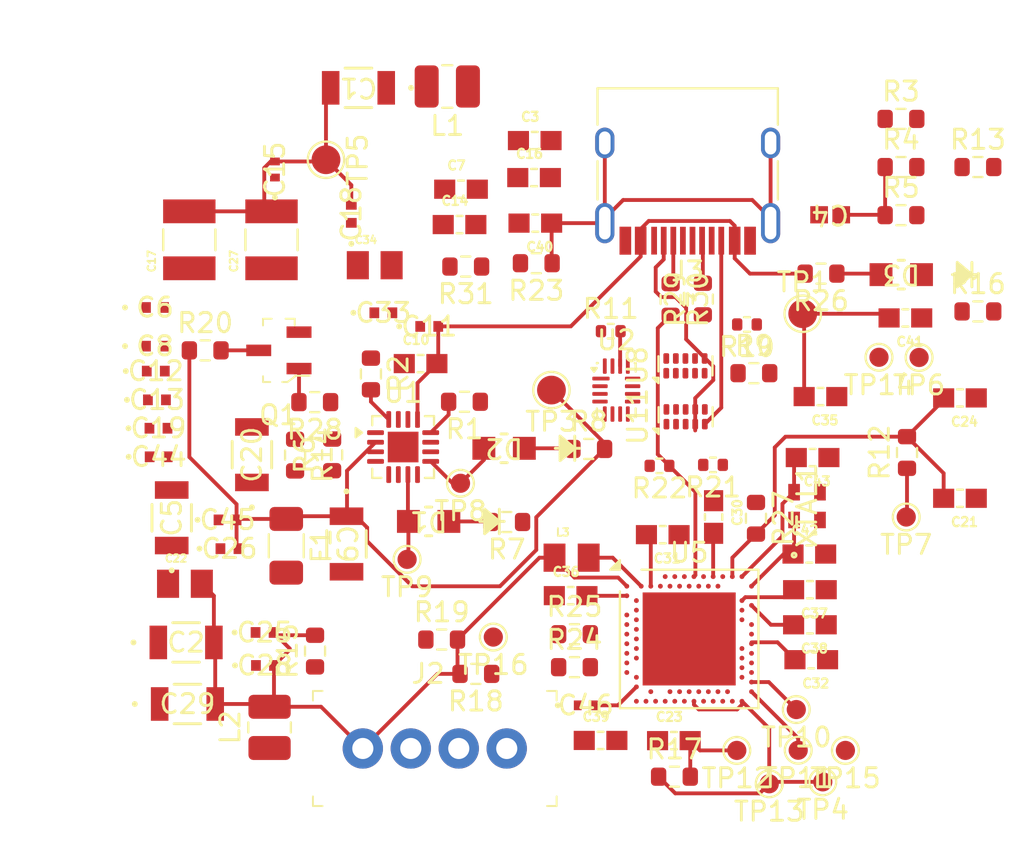
<source format=kicad_pcb>
(kicad_pcb (version 20241229) (generator "pcbnew") (generator_version "9.0")
  (layers (0 "F.Cu" signal) (2 "B.Cu" signal) (13 "F.Paste" user) (15 "B.Paste" user) (5 "F.SilkS" user "F.Silkscreen") (7 "B.SilkS" user "B.Silkscreen") (1 "F.Mask" user) (3 "B.Mask" user) (25 "Edge.Cuts" user))
  (net 0 "")
  (net 1 "Net-(PS1-VOUT)")
  (net 2 "/VMOTOR")
  (net 3 "Net-(U3-VOS)")
  (net 4 "/V3V3")
  (net 5 "Net-(PS1-SW__1)")
  (net 6 "Net-(PS1-BST)")
  (net 7 "Net-(PS1-FB)")
  (net 8 "GND")
  (net 9 "Net-(PS1-COMP)")
  (net 10 "+BATT")
  (net 11 "/VBUS5V")
  (net 12 "Net-(U4-VCP)")
  (net 13 "Net-(U4-CPH)")
  (net 14 "Net-(U4-CPL)")
  (net 15 "Net-(U5-P0.18{slash}~{RESET})")
  (net 16 "Net-(U5-DEC2)")
  (net 17 "Net-(U5-DEC4)")
  (net 18 "Net-(U5-DEC5)")
  (net 19 "/U10_VDD")
  (net 20 "Net-(U5-DEC1)")
  (net 21 "Net-(U5-DEC3)")
  (net 22 "Net-(U5-DEC6)")
  (net 23 "Net-(U5-DECUSB)")
  (net 24 "Net-(J3-SHIELD)")
  (net 25 "Net-(U5-XC1)")
  (net 26 "Net-(U5-XC2)")
  (net 27 "Net-(U5-DCCH)")
  (net 28 "Net-(D1-A)")
  (net 29 "Net-(D1-K)")
  (net 30 "Net-(D2-K)")
  (net 31 "Net-(D2-A)")
  (net 32 "Net-(D3-A)")
  (net 33 "/SCL2_P011")
  (net 34 "/SDA2_P012")
  (net 35 "/USB_CC1")
  (net 36 "Net-(J3-D+-PadA6)")
  (net 37 "/USB_SBU1")
  (net 38 "Net-(J3-D--PadA7)")
  (net 39 "/USB_CC2")
  (net 40 "/USB_SBU2")
  (net 41 "Net-(PS1-SW)")
  (net 42 "Net-(U3-SW)")
  (net 43 "Net-(U5-DCC)")
  (net 44 "Net-(Q1-D)")
  (net 45 "Net-(Q1-G)")
  (net 46 "Net-(U1-ILIM)")
  (net 47 "Net-(U1-ISET)")
  (net 48 "Net-(PS1-EN)")
  (net 49 "/MCU_GPIO")
  (net 50 "Net-(U2-FLIP)")
  (net 51 "Net-(U4-~{NFAULT})")
  (net 52 "Net-(U3-VSET)")
  (net 53 "Net-(U3-EN)")
  (net 54 "Net-(U4-NSLEEP)")
  (net 55 "Net-(U4-IPROPI)")
  (net 56 "/USB_DM")
  (net 57 "Net-(U10-D-)")
  (net 58 "Net-(U10-D+)")
  (net 59 "/USB_DP")
  (net 60 "Net-(U10-TXD)")
  (net 61 "/UART_RX_P008")
  (net 62 "/UART_TX_P006")
  (net 63 "Net-(U10-RXD)")
  (net 64 "/U5_P031")
  (net 65 "Net-(U10-~{RTS})")
  (net 66 "Net-(U5-SWDCLK)")
  (net 67 "Net-(U5-SWDIO)")
  (net 68 "Net-(U1-TS)")
  (net 70 "/TP6_SBU2")
  (net 72 "/TP6_SBU1")
  (net 106 "/SDA1_P026")
  (net 112 "/SCL1_P027")
  (net 121 "/VBUS_SENSE")
  (footprint "digikey-footprints:SOT-23-3" (layer "F.Cu") (at 81.585 81.42 180)
    (property "Reference" "Q1")
    (property "Value" "2N7002")
  )
  (footprint "custom:CAPC1608X90" (layer "F.Cu") (at 94.92 70.48)
    (property "Reference" "C3")
    (property "Value" "1uF 10V X7R 0603")
  )
  (footprint "Resistor_SMD:R_0603_1608Metric" (layer "F.Cu") (at 114.005 69.35)
    (property "Reference" "R3")
    (property "Value" "100k")
  )
  (footprint "custom:NX2016SA_NDK" (layer "F.Cu") (at 109.11 89.54 90)
    (property "Reference" "XTAL1")
    (property "Value" "NX2016SA-32M-EXS00A-CS06465")
  )
  (footprint "TestPoint:TestPoint_Pad_D1.5mm" (layer "F.Cu") (at 95.79 83.49 180)
    (property "Reference" "TP3")
    (property "Value" "TP_BATT")
  )
  (footprint "custom:CAP_CC1206_YAG-L" (layer "F.Cu") (at 76.75 96.65)
    (property "Reference" "C2")
    (property "Value" "22uF 10V X7R 1206")
  )
  (footprint "TestPoint:TestPoint_Pad_D1.0mm" (layer "F.Cu") (at 108.65 102.27 180)
    (property "Reference" "TP11")
    (property "Value" "TP_SWDIO")
  )
  (footprint "custom:CAP_0402_N_WAL" (layer "F.Cu") (at 80.86 97.85)
    (property "Reference" "C28")
    (property "Value" "0.1uF 25V X7R 0402")
  )
  (footprint "Resistor_SMD:R_0603_1608Metric" (layer "F.Cu") (at 91.85 98.29 180)
    (property "Reference" "R18")
    (property "Value" "4.7k")
  )
  (footprint "Resistor_SMD:R_0402_1005Metric" (layer "F.Cu") (at 98.8806 80.4195)
    (property "Reference" "R11")
    (property "Value" "100k")
  )
  (footprint "custom:INDC2012X145N" (layer "F.Cu") (at 96.84 92.23)
    (property "Reference" "L3")
    (property "Value" "10µH Isat ≥ 150 mA 0805")
  )
  (footprint "custom:CAP_CC1206_YAG-L" (layer "F.Cu") (at 85.7322 67.73 180)
    (property "Reference" "C1")
    (property "Value" "22uF 10V X7R 1206")
  )
  (footprint "custom:LED_LTST-C170GKT_LTO" (layer "F.Cu") (at 93.3224 86.527 180)
    (property "Reference" "D2")
    (property "Value" "LED_YELLOW")
  )
  (footprint "custom:LED_LTST-C170GKT_LTO" (layer "F.Cu") (at 89.39 90.34 180)
    (property "Reference" "D1")
    (property "Value" "LED_BLUE")
  )
  (footprint "Package_SON:USON-10_2.5x1.0mm_P0.5mm" (layer "F.Cu") (at 102.7725 82.2275 90)
    (property "Reference" "U8")
    (property "Value" "TPD4E05U06DQA")
  )
  (footprint "Resistor_SMD:R_0603_1608Metric" (layer "F.Cu") (at 91.325 77.05 180)
    (property "Reference" "R31")
    (property "Value" "4.7k")
  )
  (footprint "TestPoint:TestPoint_Pad_D1.5mm" (layer "F.Cu") (at 84.04 71.48 -90)
    (property "Reference" "TP5")
    (property "Value" "TP_VMOTOR")
  )
  (footprint "custom:CAP_0402_N_WAL" (layer "F.Cu") (at 89.4201 80.17)
    (property "Reference" "C11")
    (property "Value" "0.1 uF 10 V X7R 0402")
  )
  (footprint "custom:CAPC1608X90" (layer "F.Cu") (at 109.26 93.9 180)
    (property "Reference" "C37")
    (property "Value" "1uF 10V X7R 0603")
  )
  (footprint "custom:CAPC1608X90" (layer "F.Cu") (at 101.59 91.03 180)
    (property "Reference" "C31")
    (property "Value" "1uF 10V X7R 0603")
  )
  (footprint "Resistor_SMD:R_0603_1608Metric" (layer "F.Cu") (at 83.47 97.1 90)
    (property "Reference" "R15")
    (property "Value" "100k")
  )
  (footprint "custom:CAPC1608X90" (layer "F.Cu") (at 98.35 101.76)
    (property "Reference" "C39")
    (property "Value" "1uF 10V X7R 0603")
  )
  (footprint "Fuse:Fuse_1206_3216Metric" (layer "F.Cu") (at 81.97 91.61 -90)
    (property "Reference" "F1")
    (property "Value" "1.5")
  )
  (footprint "custom:CAP_0402_N_WAL-L" (layer "F.Cu") (at 81.38 71.9891 90)
    (property "Reference" "C15")
    (property "Value" "0.1 uF 25 V X7R 0402")
  )
  (footprint "Resistor_SMD:R_0603_1608Metric" (layer "F.Cu") (at 118.015 71.86)
    (property "Reference" "R13")
    (property "Value" "732k")
  )
  (footprint "Resistor_SMD:R_0603_1608Metric" (layer "F.Cu") (at 84.36 86.87 90)
    (property "Reference" "R6")
    (property "Value" "100k")
  )
  (footprint "TestPoint:TestPoint_Pad_D1.0mm" (layer "F.Cu") (at 114.28 90.11 180)
    (property "Reference" "TP7")
    (property "Value" "TP_NFAULT")
  )
  (footprint "Resistor_SMD:R_0603_1608Metric" (layer "F.Cu") (at 114.005 74.37)
    (property "Reference" "R5")
    (property "Value" "27k")
  )
  (footprint "custom:CAP_0402_N_WAL" (layer "F.Cu") (at 75.129 79.1835)
    (property "Reference" "C6")
    (property "Value" "0.1uF 25V X7R 0402")
  )
  (footprint "Resistor_SMD:R_0603_1608Metric" (layer "F.Cu") (at 93.46 90.37 180)
    (property "Reference" "R7")
    (property "Value" "1k")
  )
  (footprint "custom:CAPC1608X90" (layer "F.Cu") (at 109.26 95.73 180)
    (property "Reference" "C38")
    (property "Value" "1uF 10V X7R 0603")
  )
  (footprint "Package_DFN_QFN:UQFN-16_1.8x2.6mm_P0.4mm" (layer "F.Cu") (at 99.17 83.49)
    (property "Reference" "U2")
    (property "Value" "TS3USBCA410")
  )
  (footprint "custom:CAPC1608X90" (layer "F.Cu") (at 94.95 74.785 180)
    (property "Reference" "C40")
    (property "Value" "1nF 10V X7R 0603")
  )
  (footprint "custom:CAP_0402_N_WAL" (layer "F.Cu") (at 75.3211 86.97)
    (property "Reference" "C44")
    (property "Value" "0.1uF 25V X7R 0402")
  )
  (footprint "custom:CAPC17795_95N_KEM-L" (layer "F.Cu") (at 110.3156 74.3495 180)
    (property "Reference" "C4")
    (property "Value" "6.8nF 50V C0G/NP0 0603")
  )
  (footprint "Package_DFN_QFN:VQFN-16-1EP_3x3mm_P0.5mm_EP1.6x1.6mm" (layer "F.Cu") (at 88.06 86.46)
    (property "Reference" "U1")
    (property "Value" "BQ24075RGT")
  )
  (footprint "Resistor_SMD:R_0603_1608Metric" (layer "F.Cu") (at 95 76.875 180)
    (property "Reference" "R23")
    (property "Value" "1M")
  )
  (footprint "TestPoint:TestPoint_Pad_D1.0mm" (layer "F.Cu") (at 111.11 102.28 180)
    (property "Reference" "TP15")
    (property "Value" "TP_U6_SCL")
  )
  (footprint "Resistor_SMD:R_0603_1608Metric" (layer "F.Cu") (at 90.07 96.5)
    (property "Reference" "R19")
    (property "Value" "4.7k")
  )
  (footprint "Resistor_SMD:R_0603_1608Metric" (layer "F.Cu") (at 103.68 78.745 90)
    (property "Reference" "R29")
    (property "Value" "27")
  )
  (footprint "Resistor_SMD:R_0603_1608Metric" (layer "F.Cu") (at 114.32 86.745 90)
    (property "Reference" "R12")
    (property "Value" "10k")
  )
  (footprint "custom:CAPC1608X90" (layer "F.Cu") (at 117.08 89.1336 180)
    (property "Reference" "C21")
    (property "Value" "1uF 10V X7R 0603")
  )
  (footprint "custom:CAPC1608X90" (layer "F.Cu") (at 109.4 87.01 180)
    (property "Reference" "C43")
    (property "Value" "12pF 50V C0G/NPO 0603")
  )
  (footprint "TestPoint:TestPoint_Pad_D1.0mm" (layer "F.Cu") (at 109.93 103.92 180)
    (property "Reference" "TP4")
    (property "Value" "TP_V3V3")
  )
  (footprint "custom:CAP_0402_N_WAL" (layer "F.Cu") (at 87.03 79.46)
    (property "Reference" "C33")
    (property "Value" "0.1uF 25V X7R 0402")
  )
  (footprint "TestPoint:TestPoint_Pad_D1.0mm" (layer "F.Cu") (at 108.55 100.15 180)
    (property "Reference" "TP10")
    (property "Value" "TP_SWCLK")
  )
  (footprint "custom:CAP_CC1206_YAG-L" (layer "F.Cu") (at 85.11 91.5164 -90)
    (property "Reference" "C9")
    (property "Value" "22uF 10V X7R 1206")
  )
  (footprint "Resistor_SMD:R_0603_1608Metric" (layer "F.Cu") (at 96.99 97.94)
    (property "Reference" "R24")
    (property "Value" "27")
  )
  (footprint "TestPoint:TestPoint_Pad_D1.0mm" (layer "F.Cu") (at 91.05 88.35 180)
    (property "Reference" "TP8")
    (property "Value" "TP_CHG")
  )
  (footprint "TestPoint:TestPoint_Pad_D1.0mm" (layer "F.Cu") (at 92.76 96.37 180)
    (property "Reference" "TP16")
    (property "Value" "TP_U6_SDA")
  )
  (footprint "Resistor_SMD:R_0603_1608Metric" (layer "F.Cu") (at 77.745 81.42)
    (property "Reference" "R20")
    (property "Value" "100k")
  )
  (footprint "custom:CAP_0402_N_WAL" (layer "F.Cu") (at 78.9101 90.26)
    (property "Reference" "C45")
    (property "Value" "0.1 uF 10 V X7R 0402")
  )
  (footprint "custom:CAPC1608X90" (layer "F.Cu") (at 91 74.86)
    (property "Reference" "C14")
    (property "Value" "10uF 10V X7R 0603")
  )
  (footprint "custom:CAP_0402_N_WAL" (layer "F.Cu") (at 75.129 81.1995)
    (property "Reference" "C8")
    (property "Value" "0.1uF 25V X7R 0402")
  )
  (footprint "TestPoint:TestPoint_Pad_D1.0mm" (layer "F.Cu") (at 112.86 81.78 180)
    (property "Reference" "TP14")
    (property "Value" "TP_GND")
  )
  (footprint "custom:CAP_0402_N_WAL" (layer "F.Cu") (at 79.0101 91.76)
    (property "Reference" "C26")
    (property "Value" "0.1uF 25V X7R 0402")
  )
  (footprint "Resistor_SMD:R_0402_1005Metric" (layer "F.Cu") (at 105.98 80.07 180)
    (property "Reference" "R10")
    (property "Value" "5.1k")
  )
  (footprint "custom:CAP_0402_N_WAL" (layer "F.Cu") (at 85.36 74.2999 90)
    (property "Reference" "C18")
    (property "Value" "0.1uF 25V X7R 0402")
  )
  (footprint "custom:CAPC1608X90" (layer "F.Cu") (at 117.08 83.9 180)
    (property "Reference" "C24")
    (property "Value" "1uF 10V X7R 0603")
  )
  (footprint "custom:CAPC1608X90" (layer "F.Cu") (at 109.81 83.83 180)
    (property "Reference" "C35")
    (property "Value" "1uF 10V X7R 0603")
  )
  (footprint "custom:CAP_0402_N_WAL-L" (layer "F.Cu") (at 97.58 99.93)
    (property "Reference" "C46")
    (property "Value" "0.1 uF 25 V X7R 0402")
  )
  (footprint "Resistor_SMD:R_0603_1608Metric" (layer "F.Cu") (at 91.2575 84.1 180)
    (property "Reference" "R1")
    (property "Value" "1.1k")
  )
  (footprint "Inductor_SMD:L_1008_2520Metric" (layer "F.Cu") (at 81.1 101.08 90)
    (property "Reference" "L2")
    (property "Value" "2.2u")
  )
  (footprint "digikey-footprints:PinHeader_1x4_P2.5mm_Drill1.1mm" (layer "F.Cu") (at 85.96 102.18)
    (property "Reference" "J2")
    (property "Value" "B4B-XH-A_LF__SN_")
  )
  (footprint "custom:CAPC1608X90" (layer "F.Cu") (at 94.885 72.41)
    (property "Reference" "C16")
    (property "Value" "1uF 10V X7R 0603")
  )
  (footprint "custom:CAPC1608X90" (layer "F.Cu") (at 88.97 82.11)
    (property "Reference" "C10")
    (property "Value" "10uF 10V X7R 0603")
  )
  (footprint "custom:CAPC2012X150N" (layer "F.Cu") (at 76.69 93.59)
    (property "Reference" "C22")
    (property "Value" "4.7uF 25V X7R 0805")
  )
  (footprint "custom:CAPC3225X280N" (layer "F.Cu") (at 81.2015 75.6556 90)
    (property "Reference" "C27")
    (property "Value" "47uF 10V X7R 1210")
  )
  (footprint "Package_SON:USON-10_2.5x1.0mm_P0.5mm" (layer "F.Cu") (at 102.7825 84.8825 90)
    (property "Reference" "U11")
    (property "Value" "TPD4E05U06DQA")
  )
  (footprint "custom:CAPC2012X150N" (layer "F.Cu") (at 86.58 76.98)
    (property "Reference" "C34")
    (property "Value" "4.7uF 25V X7R 0805")
  )
  (footprint "Resistor_SMD:R_0603_1608Metric" (layer "F.Cu") (at 102.2 103.65)
    (property "Reference" "R17")
    (property "Value" "100k")
  )
  (footprint "Package_DFN_QFN:Nordic_AQFN-73-1EP_7x7mm_P0.5mm" (layer "F.Cu") (at 102.9675 96.4675)
    (property "Reference" "U5")
    (property "Value" "nRF52840")
  )
  (footprint "custom:CAP_CC1206_YAG-L" (layer "F.Cu") (at 76.82 99.86)
    (property "Reference" "C29")
    (property "Value" "22uF 10V X7R 1206")
  )
  (footprint "TestPoint:TestPoint_Pad_D1.0mm" (layer "F.Cu") (at 114.95 81.79 180)
    (property "Reference" "TP6")
    (property "Value" "TP_GND_2")
  )
  (footprint "Resistor_SMD:R_0603_1608Metric" (layer "F.Cu") (at 83.455 84.12 180)
    (property "Reference" "R28")
    (property "Value" "100")
  )
  (footprint "Resistor_SMD:R_0603_1608Metric" (layer "F.Cu") (at 109.8376 77.418 180)
    (property "Reference" "R26")
    (property "Value" "1k")
  )
  (footprint "Resistor_SMD:R_0603_1608Metric" (layer "F.Cu") (at 106.34 82.61)
    (property "Reference" "R9")
    (property "Value" "5.1k")
  )
  (footprint "custom:CAP_CC1206_YAG-L" (layer "F.Cu") (at 76 90.15 90)
    (property "Reference" "C5")
    (property "Value" "22uF 10V X7R 1206")
  )
  (footprint "custom:CAP_0402_N_WAL" (layer "F.Cu") (at 75.3101 85.48)
    (property "Reference" "C19")
    (property "Value" "0.1uF 25V X7R 0402")
  )
  (footprint "Resistor_SMD:R_0603_1608Metric" (layer "F.Cu") (at 96.99 96.22)
    (property "Reference" "R25")
    (property "Value" "27")
  )
  (footprint "custom:CAP_0402_N_WAL" (layer "F.Cu") (at 75.1701 82.5)
    (property "Reference" "C12")
    (property "Value" "0.1uF 25V X7R 0402")
  )
  (footprint "custom:CAP_0402_N_WAL" (layer "F.Cu") (at 75.2301 84)
    (property "Reference" "C13")
    (property "Value" "0.1uF 25V X7R 0402")
  )
  (footprint "TestPoint:TestPoint_Pad_D1.0mm" (layer "F.Cu") (at 105.45 102.28 180)
    (property "Reference" "TP12")
    (property "Value" "TP_RESET")
  )
  (footprint "TestPoint:TestPoint_Pad_D1.5mm" (layer "F.Cu") (at 108.8859 79.51)
    (property "Reference" "TP1")
    (property "Value" "TP_VBUS5V")
  )
  (footprint "custom:CAPC1608X90" (layer "F.Cu") (at 102.17 101.77)
    (property "Reference" "C23")
    (property "Value" "1uF 10V X7R 0603")
  )
  (footprint "Resistor_SMD:R_0603_1608Metric" (layer "F.Cu") (at 97.735 86.56)
    (property "Reference" "R8")
    (property "Value" "1k")
  )
  (footprint "custom:CAPC1608X90" (layer "F.Cu") (at 114.2359 79.73 180)
    (property "Reference" "C41")
    (property "Value" "1uF 10V X7R 0603")
  )
  (footprint "Resistor_SMD:R_0603_1608Metric" (layer "F.Cu") (at 106.45 90.175 -90)
    (property "Reference" "R27")
    (property "Value" "10k")
  )
  (footprint "Resistor_SMD:R_0402_1005Metric" (layer "F.Cu") (at 104.21 87.39 180)
    (property "Reference" "R21")
    (property "Value" "27")
  )
  (footprint "custom:CAPC1608X90" (layer "F.Cu") (at 96.79 94.21)
    (property "Reference" "C36")
    (property "Value" "1uF 10V X7R 0603")
  )
  (footprint "Resistor_SMD:R_0603_1608Metric" (layer "F.Cu") (at 118.015 79.39)
    (property "Reference" "R16")
    (property "Value" "47k")
  )
  (footprint "Resistor_SMD:R_0603_1608Metric" (layer "F.Cu") (at 86.3825 82.65 -90)
    (property "Reference" "R2")
    (property "Value" "1k")
  )
  (footprint "custom:LED_LTST-C170GKT_LTO" (layer "F.Cu") (at 114.02 77.47 180)
    (property "Reference" "D3")
    (property "Value" "LED_GREEN")
  )
  (footprint "Resistor_SMD:R_0603_1608Metric" (layer "F.Cu") (at 102 78.765 -90)
    (property "Reference" "R30")
    (property "Value" "27")
  )
  (footprint "Resistor_SMD:R_0603_1608Metric" (layer "F.Cu") (at 82.43 86.88 -90)
    (property "Reference" "R14")
    (property "Value" "100k")
  )
  (footprint "Connector_USB:USB_C_Receptacle_HRO_TYPE-C-31-M-12" (layer "F.Cu") (at 102.8906 71.6545 180)
    (property "Reference" "J3")
    (property "Value" "USB_C_Receptacle")
  )
  (footprint "custom:CAPC1608X90" (layer "F.Cu") (at 104.24 90.11 -90)
    (property "Reference" "C30")
    (property "Value" "1uF 10V X7R 0603")
  )
  (footprint "TestPoint:TestPoint_Pad_D1.0mm" (layer "F.Cu") (at 107.14 104.02 180)
    (property "Reference" "TP13")
    (property "Value" "TP_VTREF")
  )
  (footprint "TestPoint:TestPoint_Pad_D1.0mm" (layer "F.Cu") (at 88.2676 92.318 180)
    (property "Reference" "TP9")
    (property "Value" "TP_PG")
  )
  (footprint "Resistor_SMD:R_0603_1608Metric" (layer "F.Cu") (at 114.005 71.86)
    (property "Reference" "R4")
    (property "Value" "100k")
  )
  (footprint "custom:CAP_CC1206_YAG-L" (layer "F.Cu") (at 80.18 86.86 90)
    (property "Reference" "C20")
    (property "Value" "22uF 10V X7R 1206")
  )
  (footprint "Resistor_SMD:R_0402_1005Metric" (layer "F.Cu") (at 101.42 87.44 180)
    (property "Reference" "R22")
    (property "Value" "27")
  )
  (footprint "custom:CAPC3225X280N" (layer "F.Cu") (at 76.9175 75.6556 90)
    (property "Reference" "C17")
    (property "Value" "47uF 10V X7R 1210")
  )
  (footprint "Inductor_SMD:L_1008_2520Metric" (layer "F.Cu") (at 90.3622 67.66 180)
    (property "Reference" "L1")
    (property "Value" "3u")
  )
  (footprint "custom:CAPC1608X90" (layer "F.Cu") (at 109.33 97.55 180)
    (property "Reference" "C32")
    (property "Value" "1uF 10V X7R 0603")
  )
  (footprint "custom:CAP_0402_N_WAL" (layer "F.Cu") (at 80.8401 96.13)
    (property "Reference" "C25")
    (property "Value" "0.1uF 25V X7R 0402")
  )
  (footprint "custom:CAPC1608X90" (layer "F.Cu") (at 109.23 92.04)
    (property "Reference" "C42")
    (property "Value" "12pF 50V C0G/NPO 0603")
  )
  (footprint "custom:CAPC1608X90" (layer "F.Cu") (at 91.0772 73.0157)
    (property "Reference" "C7")
    (property "Value" "6.2n")
  )
  (segment (start 85.36 72.8) (end 85.36 73.83) (width 0.2) (layer "F.Cu") (net 2))
  (segment (start 84.04 71.48) (end 83.52 71.48) (width 0.2) (layer "F.Cu") (net 2))
  (segment (start 83.43 71.57) (end 81.38 71.57) (width 0.2) (layer "F.Cu") (net 2))
  (segment (start 81.38 71.57) (end 81.159 71.57) (width 0.2) (layer "F.Cu") (net 2))
  (segment (start 84.04 71.48) (end 85.36 72.8) (width 0.2) (layer "F.Cu") (net 2))
  (segment (start 80.825 71.904) (end 80.825 73.7941) (width 0.2) (layer "F.Cu") (net 2))
  (segment (start 81.159 71.57) (end 80.825 71.904) (width 0.2) (layer "F.Cu") (net 2))
  (segment (start 80.825 73.7941) (end 81.2015 74.1706) (width 0.2) (layer "F.Cu") (net 2))
  (segment (start 76.9175 74.1706) (end 81.2015 74.1706) (width 0.2) (layer "F.Cu") (net 2))
  (segment (start 84.04 67.9744) (end 84.2844 67.73) (width 0.2) (layer "F.Cu") (net 2))
  (segment (start 83.52 71.48) (end 83.43 71.57) (width 0.2) (layer "F.Cu") (net 2))
  (segment (start 84.04 71.48) (end 84.04 67.9744) (width 0.2) (layer "F.Cu") (net 2))
  (segment (start 89.85 98.29) (end 91.025 98.29) (width 0.2) (layer "F.Cu") (net 4))
  (segment (start 81.455 96.275) (end 81.31 96.13) (width 0.2) (layer "F.Cu") (net 4))
  (segment (start 90.895 98.16) (end 91.025 98.29) (width 0.2) (layer "F.Cu") (net 4))
  (segment (start 107.14 101.14) (end 105.7175 99.7175) (width 0.2) (layer "F.Cu") (net 4))
  (segment (start 107.4282 90.0218) (end 106.45 91) (width 0.2) (layer "F.Cu") (net 4))
  (segment (start 78.1978 96.65) (end 78.1978 94.2178) (width 0.2) (layer "F.Cu") (net 4))
  (segment (start 105.7175 99.894276) (end 105.7175 99.7175) (width 0.2) (layer "F.Cu") (net 4))
  (segment (start 80.955 99.86) (end 81.1 100.005) (width 0.2) (layer "F.Cu") (net 4))
  (segment (start 96.986 93.266) (end 99.266 93.266) (width 0.2) (layer "F.Cu") (net 4))
  (segment (start 81.3299 97.85) (end 82.15 97.0299) (width 0.2) (layer "F.Cu") (net 4))
  (segment (start 83.47 96.275) (end 81.455 96.275) (width 0.2) (layer "F.Cu") (net 4))
  (segment (start 116.23 83.9) (end 116.23 84.01) (width 0.2) (layer "F.Cu") (net 4))
  (segment (start 78.2678 99.86) (end 80.955 99.86) (width 0.2) (layer "F.Cu") (net 4))
  (segment (start 78.2678 99.86) (end 78.2678 96.72) (width 0.2) (layer "F.Cu") (net 4))
  (segment (start 116.23 87.83) (end 116.23 89.1336) (width 0.2) (layer "F.Cu") (net 4))
  (segment (start 103.2175 99.894276) (end 103.466724 100.1435) (width 0.2) (layer "F.Cu") (net 4))
  (segment (start 105.468276 100.1435) (end 105.7175 99.894276) (width 0.2) (layer "F.Cu") (net 4))
  (segment (start 95.165 92.23) (end 90.895 96.5) (width 0.2) (layer "F.Cu") (net 4))
  (segment (start 107.4282 86.4798) (end 107.4282 90.0218) (width 0.2) (layer "F.Cu") (net 4))
  (segment (start 85.96 102.18) (end 89.85 98.29) (width 0.2) (layer "F.Cu") (net 4))
  (segment (start 85.96 102.18) (end 83.785 100.005) (width 0.2) (layer "F.Cu") (net 4))
  (segment (start 82.15 96.97) (end 81.31 96.13) (width 0.2) (layer "F.Cu") (net 4))
  (segment (start 99.266 93.266) (end 99.7175 93.7175) (width 0.2) (layer "F.Cu") (net 4))
  (segment (start 107.988 85.92) (end 107.4282 86.4798) (width 0.2) (layer "F.Cu") (net 4))
  (segment (start 101.375 103.65) (end 102.244999 104.519999) (width 0.2) (layer "F.Cu") (net 4))
  (segment (start 107.14 104.02) (end 107.14 101.14) (width 0.2) (layer "F.Cu") (net 4))
  (segment (start 109.93 103.92) (end 107.24 103.92) (width 0.2) (layer "F.Cu") (net 4))
  (segment (start 90.895 96.5) (end 90.895 98.16) (width 0.2) (layer "F.Cu") (net 4))
  (segment (start 78.1978 94.2178) (end 77.57 93.59) (width 0.2) (layer "F.Cu") (net 4))
  (segment (start 78.2678 96.72) (end 78.1978 96.65) (width 0.2) (layer "F.Cu") (net 4))
  (segment (start 114.32 85.92) (end 116.23 87.83) (width 0.2) (layer "F.Cu") (net 4))
  (segment (start 102.244999 104.519999) (end 106.640001 104.519999) (width 0.2) (layer "F.Cu") (net 4))
  (segment (start 116.23 84.01) (end 114.32 85.92) (width 0.2) (layer "F.Cu") (net 4))
  (segment (start 95.95 92.23) (end 96.986 93.266) (width 0.2) (layer "F.Cu") (net 4))
  (segment (start 103.2175 99.7175) (end 103.2175 99.894276) (width 0.2) (layer "F.Cu") (net 4))
  (segment (start 81.3299 99.7751) (end 81.3299 97.85) (width 0.2) (layer "F.Cu") (net 4))
  (segment (start 105.2175 92.2325) (end 105.2175 93.2175) (width 0.2) (layer "F.Cu") (net 4))
  (segment (start 81.1 100.005) (end 81.3299 99.7751) (width 0.2) (layer "F.Cu") (net 4))
  (segment (start 114.32 85.92) (end 107.988 85.92) (width 0.2) (layer "F.Cu") (net 4))
  (segment (start 106.640001 104.519999) (end 107.14 104.02) (width 0.2) (layer "F.Cu") (net 4))
  (segment (start 103.466724 100.1435) (end 105.468276 100.1435) (width 0.2) (layer "F.Cu") (net 4))
  (segment (start 106.45 91) (end 105.2175 92.2325) (width 0.2) (layer "F.Cu") (net 4))
  (segment (start 95.95 92.23) (end 95.165 92.23) (width 0.2) (layer "F.Cu") (net 4))
  (segment (start 107.24 103.92) (end 107.14 104.02) (width 0.2) (layer "F.Cu") (net 4))
  (segment (start 82.15 97.0299) (end 82.15 96.97) (width 0.2) (layer "F.Cu") (net 4))
  (segment (start 83.785 100.005) (end 81.1 100.005) (width 0.2) (layer "F.Cu") (net 4))
  (segment (start 113.18 74.37) (end 113.18 71.86) (width 0.2) (layer "F.Cu") (net 7))
  (segment (start 113.1595 74.3495) (end 113.18 74.37) (width 0.2) (layer "F.Cu") (net 7))
  (segment (start 110.891799 74.3495) (end 113.1595 74.3495) (width 0.2) (layer "F.Cu") (net 7))
  (segment (start 85.136 87.6965) (end 86.6225 86.21) (width 0.2) (layer "F.Cu") (net 10))
  (segment (start 85.595736 90.0686) (end 85.11 90.0686) (width 0.2) (layer "F.Cu") (net 10))
  (segment (start 98.56 86.26) (end 98.56 86.56) (width 0.2) (layer "F.Cu") (net 10))
  (segment (start 85.136 90.0426) (end 85.136 87.6965) (width 0.2) (layer "F.Cu") (net 10))
  (segment (start 79.38 90.26) (end 79.38 91.66) (width 0.2) (layer "F.Cu") (net 10))
  (segment (start 85.11 90.0686) (end 85.136 90.0426) (width 0.2) (layer "F.Cu") (net 10))
  (segment (start 86.1863 90.659164) (end 85.595736 90.0686) (width 0.2) (layer "F.Cu") (net 10))
  (segment (start 98.56 86.56) (end 94.9989 90.1211) (width 0.2) (layer "F.Cu") (net 10))
  (segment (start 86.1863 91.369486) (end 86.1863 90.659164) (width 0.2) (layer "F.Cu") (net 10))
  (segment (start 79.38 89.4433) (end 76.92 86.9833) (width 0.2) (layer "F.Cu") (net 10))
  (segment (start 93.1055 93.7224) (end 88.539214 93.7224) (width 0.2) (layer "F.Cu") (net 10))
  (segment (start 82.1114 90.0686) (end 81.97 90.21) (width 0.2) (layer "F.Cu") (net 10))
  (segment (start 76.92 86.9833) (end 76.92 81.42) (width 0.2) (layer "F.Cu") (net 10))
  (segment (start 94.9989 90.1211) (end 94.9989 91.829) (width 0.2) (layer "F.Cu") (net 10))
  (segment (start 88.539214 93.7224) (end 86.1863 91.369486) (width 0.2) (layer "F.Cu") (net 10))
  (segment (start 85.11 90.0686) (end 82.1114 90.0686) (width 0.2) (layer "F.Cu") (net 10))
  (segment (start 95.79 83.49) (end 98.56 86.26) (width 0.2) (layer "F.Cu") (net 10))
  (segment (start 79.43 90.21) (end 79.38 90.26) (width 0.2) (layer "F.Cu") (net 10))
  (segment (start 79.38 91.66) (end 79.48 91.76) (width 0.2) (layer "F.Cu") (net 10))
  (segment (start 79.38 90.26) (end 79.38 89.4433) (width 0.2) (layer "F.Cu") (net 10))
  (segment (start 94.9989 91.829) (end 93.1055 93.7224) (width 0.2) (layer "F.Cu") (net 10))
  (segment (start 81.97 90.21) (end 79.43 90.21) (width 0.2) (layer "F.Cu") (net 10))
  (segment (start 105.3406 74.9225) (end 105.0916 74.6735) (width 0.2) (layer "F.Cu") (net 11))
  (segment (start 100.8581 74.6735) (end 100.4406 75.091) (width 0.2) (layer "F.Cu") (net 11))
  (segment (start 88.81 83.12) (end 88.81 85.0225) (width 0.2) (layer "F.Cu") (net 11))
  (segment (start 89.89 80.17) (end 89.89 82.04) (width 0.2) (layer "F.Cu") (net 11))
  (segment (start 108.96 79.5841) (end 108.8859 79.51) (width 0.2) (layer "F.Cu") (net 11))
  (segment (start 100.4406 75.091) (end 100.4406 75.6995) (width 0.2) (layer "F.Cu") (net 11))
  (segment (start 96.7971 80.17) (end 100.4406 76.5265) (width 0.2) (layer "F.Cu") (net 11))
  (segment (start 100.4406 76.5265) (end 100.4406 75.6995) (width 0.2) (layer "F.Cu") (net 11))
  (segment (start 105.3406 76.6245) (end 106.1341 77.418) (width 0.2) (layer "F.Cu") (net 11))
  (segment (start 105.0916 74.6735) (end 100.8581 74.6735) (width 0.2) (layer "F.Cu") (net 11))
  (segment (start 105.3406 75.6995) (end 105.3406 76.6245) (width 0.2) (layer "F.Cu") (net 11))
  (segment (start 106.1341 77.418) (end 109.0126 77.418) (width 0.2) (layer "F.Cu") (net 11))
  (segment (start 89.82 82.11) (end 88.81 83.12) (width 0.2) (layer "F.Cu") (net 11))
  (segment (start 113.1659 79.51) (end 113.3859 79.73) (width 0.2) (layer "F.Cu") (net 11))
  (segment (start 108.8859 79.51) (end 113.1659 79.51) (width 0.2) (layer "F.Cu") (net 11))
  (segment (start 89.89 82.04) (end 89.82 82.11) (width 0.2) (layer "F.Cu") (net 11))
  (segment (start 108.96 83.83) (end 108.96 79.5841) (width 0.2) (layer "F.Cu") (net 11))
  (segment (start 89.89 80.17) (end 96.7971 80.17) (width 0.2) (layer "F.Cu") (net 11))
  (segment (start 105.3406 75.6995) (end 105.3406 74.9225) (width 0.2) (layer "F.Cu") (net 11))
  (segment (start 103.025 101.775) (end 103.02 101.77) (width 0.2) (layer "F.Cu") (net 15))
  (segment (start 103.53 102.28) (end 103.02 101.77) (width 0.2) (layer "F.Cu") (net 15))
  (segment (start 105.45 102.28) (end 103.53 102.28) (width 0.2) (layer "F.Cu") (net 15))
  (segment (start 103.025 103.65) (end 103.025 101.775) (width 0.2) (layer "F.Cu") (net 15))
  (segment (start 104.2175 93.2175) (end 104.2175 90.9825) (width 0.2) (layer "F.Cu") (net 16))
  (segment (start 104.2175 90.9825) (end 104.24 90.96) (width 0.2) (layer "F.Cu") (net 16))
  (segment (start 100.9675 91.2575) (end 100.9675 93.7175) (width 0.2) (layer "F.Cu") (net 17))
  (segment (start 100.74 91.03) (end 100.9675 91.2575) (width 0.2) (layer "F.Cu") (net 17))
  (segment (start 107.5735 96.6435) (end 106.22 96.6435) (width 0.2) (layer "F.Cu") (net 18))
  (segment (start 108.48 97.55) (end 107.5735 96.6435) (width 0.2) (layer "F.Cu") (net 18))
  (segment (start 97.6475 94.2175) (end 97.64 94.21) (width 0.2) (layer "F.Cu") (net 20))
  (segment (start 99.7175 94.2175) (end 97.6475 94.2175) (width 0.2) (layer "F.Cu") (net 20))
  (segment (start 108.0185 94.2915) (end 108.41 93.9) (width 0.2) (layer "F.Cu") (net 21))
  (segment (start 105.8935 94.2915) (end 108.0185 94.2915) (width 0.2) (layer "F.Cu") (net 21))
  (segment (start 105.7175 94.4675) (end 105.8935 94.2915) (width 0.2) (layer "F.Cu") (net 21))
  (segment (start 106.2175 94.7175) (end 107.23 95.73) (width 0.2) (layer "F.Cu") (net 22))
  (segment (start 107.23 95.73) (end 108.41 95.73) (width 0.2) (layer "F.Cu") (net 22))
  (segment (start 95.8 76.85) (end 95.825 76.875) (width 0.2) (layer "F.Cu") (net 24))
  (segment (start 98.5706 74.7845) (end 98.5706 74.5345) (width 0.2) (layer "F.Cu") (net 24))
  (segment (start 95.8 74.785) (end 95.8 76.85) (width 0.2) (layer "F.Cu") (net 24))
  (segment (start 107.2106 74.5345) (end 107.2106 74.7845) (width 0.2) (layer "F.Cu") (net 24))
  (segment (start 107.2106 70.6045) (end 107.2106 74.7845) (width 0.2) (layer "F.Cu") (net 24))
  (segment (start 106.2546 73.5785) (end 107.2106 74.5345) (width 0.2) (layer "F.Cu") (net 24))
  (segment (start 95.8 74.785) (end 98.5701 74.785) (width 0.2) (layer "F.Cu") (net 24))
  (segment (start 98.5706 74.5345) (end 99.5266 73.5785) (width 0.2) (layer "F.Cu") (net 24))
  (segment (start 98.5706 70.6045) (end 98.5706 74.7845) (width 0.2) (layer "F.Cu") (net 24))
  (segment (start 99.5266 73.5785) (end 106.2546 73.5785) (width 0.2) (layer "F.Cu") (net 24))
  (segment (start 98.5701 74.785) (end 98.5706 74.7845) (width 0.2) (layer "F.Cu") (net 24))
  (segment (start 107.895 92.04) (end 106.2175 93.7175) (width 0.2) (layer "F.Cu") (net 25))
  (segment (start 108.435 90.2639) (end 108.435 91.985) (width 0.2) (layer "F.Cu") (net 25))
  (segment (start 108.435 91.985) (end 108.38 92.04) (width 0.2) (layer "F.Cu") (net 25))
  (segment (start 108.38 92.04) (end 107.895 92.04) (width 0.2) (layer "F.Cu") (net 25))
  (segment (start 108.435 88.8161) (end 108.435 87.125) (width 0.2) (layer "F.Cu") (net 26))
  (segment (start 108.435 87.125) (end 108.55 87.01) (width 0.2) (layer "F.Cu") (net 26))
  (segment (start 107.8292 89.4219) (end 108.435 88.8161) (width 0.2) (layer "F.Cu") (net 26))
  (segment (start 105.7175 93.2175) (end 107.8292 91.1058) (width 0.2) (layer "F.Cu") (net 26))
  (segment (start 107.8292 91.1058) (end 107.8292 89.4219) (width 0.2) (layer "F.Cu") (net 26))
  (segment (start 99.255 99.93) (end 100.2175 98.9675) (width 0.2) (layer "F.Cu") (net 27))
  (segment (start 97.9991 99.93) (end 99.255 99.93) (width 0.2) (layer "F.Cu") (net 27))
  (segment (start 88.31 87.8975) (end 88.31 90.3141) (width 0.2) (layer "F.Cu") (net 28))
  (segment (start 88.3359 90.34) (end 88.3359 92.2497) (width 0.2) (layer "F.Cu") (net 28))
  (segment (start 88.31 90.3141) (end 88.3359 90.34) (width 0.2) (layer "F.Cu") (net 28))
  (segment (start 88.3359 92.2497) (end 88.2676 92.318) (width 0.2) (layer "F.Cu") (net 28))
  (segment (start 92.605 90.34) (end 92.635 90.37) (width 0.2) (layer "F.Cu") (net 29))
  (segment (start 90.4441 90.34) (end 92.605 90.34) (width 0.2) (layer "F.Cu") (net 29))
  (segment (start 96.877 86.527) (end 96.91 86.56) (width 0.2) (layer "F.Cu") (net 30))
  (segment (start 94.3765 86.527) (end 96.877 86.527) (width 0.2) (layer "F.Cu") (net 30))
  (segment (start 90.6375 88.35) (end 91.05 88.35) (width 0.2) (layer "F.Cu") (net 31))
  (segment (start 89.4975 87.21) (end 90.6375 88.35) (width 0.2) (layer "F.Cu") (net 31))
  (segment (start 92.2683 86.527) (end 92.2683 87.1317) (width 0.2) (layer "F.Cu") (net 31))
  (segment (start 92.2683 87.1317) (end 91.05 88.35) (width 0.2) (layer "F.Cu") (net 31))
  (segment (start 110.6626 77.418) (end 112.9139 77.418) (width 0.2) (layer "F.Cu") (net 32))
  (segment (start 112.9139 77.418) (end 112.9659 77.47) (width 0.2) (layer "F.Cu") (net 32))
  (segment (start 102 77.94) (end 102.1406 77.7994) (width 0.2) (layer "F.Cu") (net 36))
  (segment (start 102.1406 77.7994) (end 102.1406 75.6995) (width 0.2) (layer "F.Cu") (net 36))
  (segment (start 101.511936 78.641) (end 101.224 78.353064) (width 0.2) (layer "F.Cu") (net 37))
  (segment (start 103.2825 85.2675) (end 103.2825 85.5975) (width 0.2) (layer "F.Cu") (net 37))
  (segment (start 102.81 79.201) (end 102.25 78.641) (width 0.2) (layer "F.Cu") (net 37))
  (segment (start 101.6406 76.6765) (end 101.6406 75.6995) (width 0.2) (layer "F.Cu") (net 37))
  (segment (start 104.2235 82.970324) (end 104.2235 82.254676) (width 0.2) (layer "F.Cu") (net 37))
  (segment (start 103.2825 83.911324) (end 104.2235 82.970324) (width 0.2) (layer "F.Cu") (net 37))
  (segment (start 104.2235 82.254676) (end 102.81 80.841176) (width 0.2) (layer "F.Cu") (net 37))
  (segment (start 103.2825 85.2675) (end 103.2825 83.911324) (width 0.2) (layer "F.Cu") (net 37))
  (segment (start 102.81 80.841176) (end 102.81 79.201) (width 0.2) (layer "F.Cu") (net 37))
  (segment (start 102.25 78.641) (end 101.511936 78.641) (width 0.2) (layer "F.Cu") (net 37))
  (segment (start 101.224 78.353064) (end 101.224 77.0931) (width 0.2) (layer "F.Cu") (net 37))
  (segment (start 101.224 77.0931) (end 101.6406 76.6765) (width 0.2) (layer "F.Cu") (net 37))
  (segment (start 103.68 75.7389) (end 103.6406 75.6995) (width 0.2) (layer "F.Cu") (net 38))
  (segment (start 103.68 77.92) (end 103.68 75.7389) (width 0.2) (layer "F.Cu") (net 38))
  (segment (start 104.6406 84.4094) (end 104.6406 75.6995) (width 0.2) (layer "F.Cu") (net 40))
  (segment (start 103.7825 85.2675) (end 104.6406 84.4094) (width 0.2) (layer "F.Cu") (net 40))
  (segment (start 98.98 92.23) (end 100.4675 93.7175) (width 0.2) (layer "F.Cu") (net 43))
  (segment (start 97.73 92.23) (end 98.98 92.23) (width 0.2) (layer "F.Cu") (net 43))
  (segment (start 78.57 81.42) (end 80.535 81.42) (width 0.2) (layer "F.Cu") (net 44))
  (segment (start 82.635 82.37) (end 82.635 84.115) (width 0.2) (layer "F.Cu") (net 45))
  (segment (start 82.635 84.115) (end 82.63 84.12) (width 0.2) (layer "F.Cu") (net 45))
  (segment (start 90.4325 84.775) (end 89.4975 85.71) (width 0.2) (layer "F.Cu") (net 46))
  (segment (start 90.4325 84.1) (end 90.4325 84.775) (width 0.2) (layer "F.Cu") (net 46))
  (segment (start 86.3825 83.475) (end 86.3825 84.095) (width 0.2) (layer "F.Cu") (net 47))
  (segment (start 86.3825 84.095) (end 87.31 85.0225) (width 0.2) (layer "F.Cu") (net 47))
  (segment (start 99.3906 80.4195) (end 99.37 80.4401) (width 0.2) (layer "F.Cu") (net 50))
  (segment (start 99.37 80.4401) (end 99.37 82.24) (width 0.2) (layer "F.Cu") (net 50))
  (segment (start 114.32 90.07) (end 114.28 90.11) (width 0.2) (layer "F.Cu") (net 51))
  (segment (start 114.32 87.57) (end 114.32 90.07) (width 0.2) (layer "F.Cu") (net 51))
  (segment (start 102 79.59) (end 101.3315 80.2585) (width 0.2) (layer "F.Cu") (net 59))
  (segment (start 103.2915 93.1435) (end 103.2175 93.2175) (width 0.2) (layer "F.Cu") (net 59))
  (segment (start 103.2915 88.8015) (end 103.2915 93.1435) (width 0.2) (layer "F.Cu") (net 59))
  (segment (start 101.3315 80.2585) (end 101.3315 86.8415) (width 0.2) (layer "F.Cu") (net 59))
  (segment (start 101.93 87.44) (end 103.2915 88.8015) (width 0.2) (layer "F.Cu") (net 59))
  (segment (start 101.3315 86.8415) (end 101.93 87.44) (width 0.2) (layer "F.Cu") (net 59))
  (segment (start 107.1175 98.7175) (end 106.2175 98.7175) (width 0.2) (layer "F.Cu") (net 66))
  (segment (start 108.55 100.15) (end 107.1175 98.7175) (width 0.2) (layer "F.Cu") (net 66))
  (segment (start 106.2175 99.2175) (end 108.65 101.65) (width 0.2) (layer "F.Cu") (net 67))
  (segment (start 108.65 101.65) (end 108.65 102.27) (width 0.2) (layer "F.Cu") (net 67))
)
</source>
